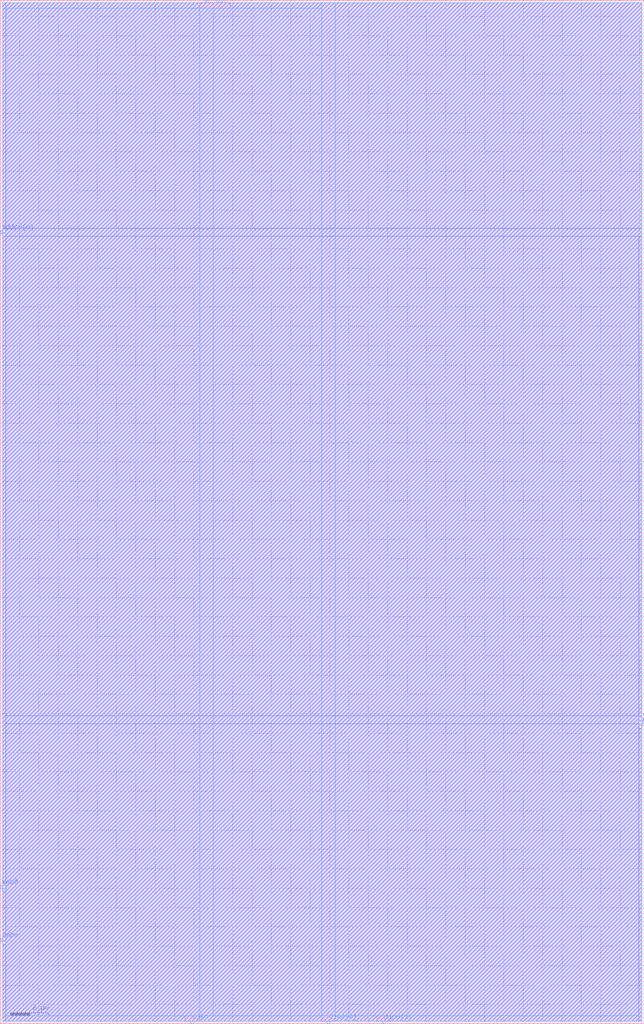
<source format=lef>
VERSION 5.4 ;
NAMESCASESENSITIVE ON ;
BUSBITCHARS "[]" ;
DIVIDERCHAR "/" ;
UNITS
  DATABASE MICRONS 2000 ;
END UNITS
MACRO example_config_freepdk45
   CLASS BLOCK ;
   SIZE 33.24 BY 52.84 ;
   SYMMETRY X Y R90 ;
   PIN din0[0]
      DIRECTION INPUT ;
      PORT
         LAYER metal4 ;
         RECT  16.8725 0.0 17.0125 0.14 ;
      END
   END din0[0]
   PIN din0[1]
      DIRECTION INPUT ;
      PORT
         LAYER metal4 ;
         RECT  19.7325 0.0 19.8725 0.14 ;
      END
   END din0[1]
   PIN addr0[0]
      DIRECTION INPUT ;
      PORT
         LAYER metal3 ;
         RECT  0.0 40.78 0.14 40.92 ;
      END
   END addr0[0]
   PIN addr0[1]
      DIRECTION INPUT ;
      PORT
         LAYER metal4 ;
         RECT  10.585 52.7 10.725 52.84 ;
      END
   END addr0[1]
   PIN addr0[2]
      DIRECTION INPUT ;
      PORT
         LAYER metal4 ;
         RECT  11.44 52.7 11.58 52.84 ;
      END
   END addr0[2]
   PIN addr0[3]
      DIRECTION INPUT ;
      PORT
         LAYER metal4 ;
         RECT  11.155 52.7 11.295 52.84 ;
      END
   END addr0[3]
   PIN csb0
      DIRECTION INPUT ;
      PORT
         LAYER metal3 ;
         RECT  0.0 4.25 0.14 4.39 ;
      END
   END csb0
   PIN web0
      DIRECTION INPUT ;
      PORT
         LAYER metal3 ;
         RECT  0.0 6.98 0.14 7.12 ;
      END
   END web0
   PIN clk0
      DIRECTION INPUT ;
      PORT
         LAYER metal4 ;
         RECT  9.84 0.0 9.98 0.14 ;
      END
   END clk0
   PIN dout0[0]
      DIRECTION OUTPUT ;
      PORT
         LAYER metal3 ;
         RECT  33.1 15.6275 33.24 15.7675 ;
      END
   END dout0[0]
   PIN dout0[1]
      DIRECTION OUTPUT ;
      PORT
         LAYER metal3 ;
         RECT  33.1 15.3925 33.24 15.5325 ;
      END
   END dout0[1]
   PIN vdd
      DIRECTION INOUT ;
      USE POWER ; 
      SHAPE ABUTMENT ; 
      PORT
      END
   END vdd
   PIN gnd
      DIRECTION INOUT ;
      USE GROUND ; 
      SHAPE ABUTMENT ; 
      PORT
      END
   END gnd
   OBS
   LAYER  metal1 ;
      RECT  0.14 0.14 33.1 52.7 ;
   LAYER  metal2 ;
      RECT  0.14 0.14 33.1 52.7 ;
   LAYER  metal3 ;
      RECT  0.14 41.06 0.28 52.7 ;
      RECT  0.28 40.64 33.1 41.06 ;
      RECT  0.28 41.06 33.1 52.7 ;
      RECT  0.14 0.14 0.28 4.11 ;
      RECT  0.14 4.53 0.28 6.84 ;
      RECT  0.14 7.26 0.28 40.64 ;
      RECT  0.28 0.14 32.96 15.4875 ;
      RECT  0.28 15.4875 32.96 15.9075 ;
      RECT  0.28 15.9075 32.96 40.64 ;
      RECT  32.96 15.9075 33.1 40.64 ;
      RECT  32.96 0.14 33.1 15.2525 ;
   LAYER  metal4 ;
      RECT  16.5925 0.42 17.2925 52.7 ;
      RECT  17.2925 0.42 33.1 52.7 ;
      RECT  17.2925 0.14 19.4525 0.42 ;
      RECT  20.1525 0.14 33.1 0.42 ;
      RECT  0.14 0.42 10.305 52.42 ;
      RECT  0.14 52.42 10.305 52.7 ;
      RECT  10.305 0.42 11.005 52.42 ;
      RECT  11.005 0.42 16.5925 52.42 ;
      RECT  11.86 52.42 16.5925 52.7 ;
      RECT  0.14 0.14 9.56 0.42 ;
      RECT  10.26 0.14 16.5925 0.42 ;
   END
END    example_config_freepdk45
END    LIBRARY

</source>
